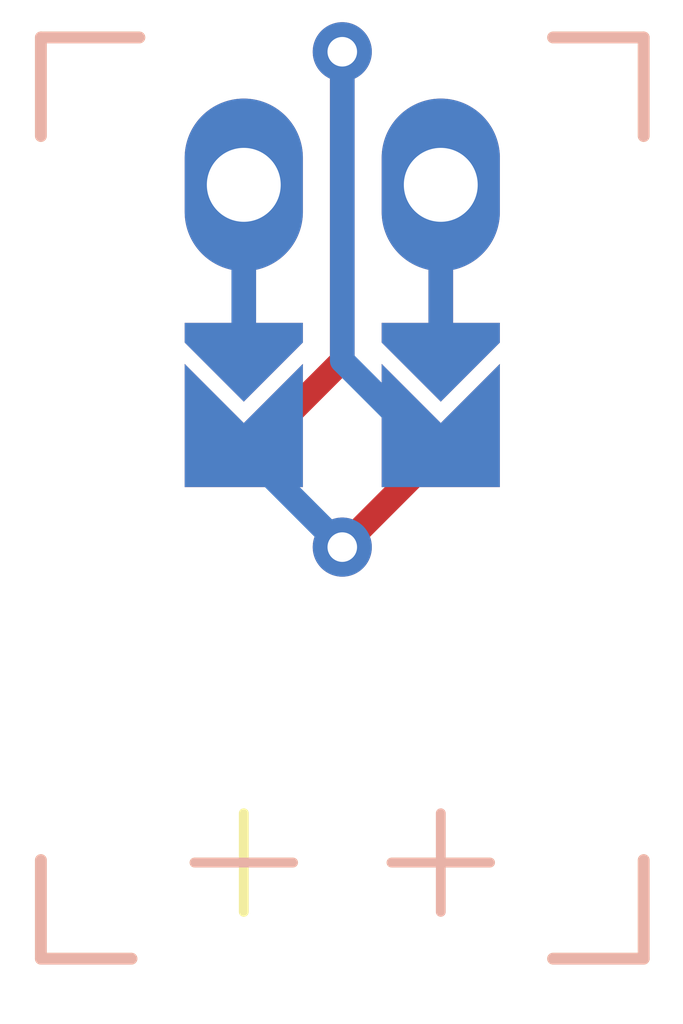
<source format=kicad_pcb>
(kicad_pcb (version 20221018) (generator pcbnew)
  (layers (0 "F.Cu" signal) (31 "B.Cu" signal) (34 "B.Paste" user) (35 "F.Paste" user) (36 "B.SilkS" user "B.Silkscreen") (37 "F.SilkS" user "F.Silkscreen") (38 "B.Mask" user) (39 "F.Mask" user) (44 "Edge.Cuts" user))
  (net 0 "")
  (footprint "JST_PH_S2B-PH-K" (layer "F.Cu") (at 0.016 -0.022)
    (fp_text reference "JST1" hide)
    (fp_text value "" (at 0 0) (layer "F.SilkS") (effects (font (size 1.27 1.27))))
    (fp_line (start -3.06 -1.495) (end -3.06 -0.495) (stroke (width 0.12)) (layer "B.SilkS"))
    (fp_line (start -3.06 7.85) (end -3.06 6.85) (stroke (width 0.12)) (layer "B.SilkS"))
    (fp_line (start -2.14 7.85) (end -3.06 7.85) (stroke (width 0.12)) (layer "B.SilkS"))
    (fp_line (start -2.06 -1.495) (end -3.06 -1.495) (stroke (width 0.12)) (layer "B.SilkS"))
    (fp_line (start -1.5 6.875) (end -0.5 6.875) (stroke (width 0.1)) (layer "B.SilkS"))
    (fp_line (start 1 6.375) (end 1 7.375) (stroke (width 0.1)) (layer "B.SilkS"))
    (fp_line (start 1.5 6.875) (end 0.5 6.875) (stroke (width 0.1)) (layer "B.SilkS"))
    (fp_line (start 2.14 -1.495) (end 3.06 -1.495) (stroke (width 0.12)) (layer "B.SilkS"))
    (fp_line (start 2.14 7.85) (end 3.06 7.85) (stroke (width 0.12)) (layer "B.SilkS"))
    (fp_line (start 3.06 -1.495) (end 3.06 -0.495) (stroke (width 0.12)) (layer "B.SilkS"))
    (fp_line (start 3.06 7.85) (end 3.06 6.85) (stroke (width 0.12)) (layer "B.SilkS"))
    (fp_line (start -3.06 -1.495) (end -3.06 -0.495) (stroke (width 0.12)) (layer "F.SilkS"))
    (fp_line (start -3.06 7.85) (end -3.06 6.85) (stroke (width 0.12)) (layer "F.SilkS"))
    (fp_line (start -2.14 7.85) (end -3.06 7.85) (stroke (width 0.12)) (layer "F.SilkS"))
    (fp_line (start -2.06 -1.495) (end -3.06 -1.495) (stroke (width 0.12)) (layer "F.SilkS"))
    (fp_line (start -1.5 6.875) (end -0.5 6.875) (stroke (width 0.1)) (layer "F.SilkS"))
    (fp_line (start -1 6.375) (end -1 7.375) (stroke (width 0.1)) (layer "F.SilkS"))
    (fp_line (start 1.5 6.875) (end 0.5 6.875) (stroke (width 0.1)) (layer "F.SilkS"))
    (fp_line (start 2.14 -1.495) (end 3.06 -1.495) (stroke (width 0.12)) (layer "F.SilkS"))
    (fp_line (start 2.14 7.85) (end 3.06 7.85) (stroke (width 0.12)) (layer "F.SilkS"))
    (fp_line (start 3.06 -1.495) (end 3.06 -0.495) (stroke (width 0.12)) (layer "F.SilkS"))
    (fp_line (start 3.06 7.85) (end 3.06 6.85) (stroke (width 0.12)) (layer "F.SilkS"))
    (pad "1" smd custom (at -1 2.816 180) (size 1.2 0.5) (layers "F.Cu" "F.Mask") (clearance 0.1) (options (clearance outline) (anchor rect)) (primitives (gr_poly (pts (xy 0.6 0) (xy -0.6 0) (xy -0.6 1) (xy 0 0.4) (xy 0.6 1)) (width 0) (fill yes))))
    (pad "1" smd custom (at 1 2.816 180) (size 1.2 0.5) (layers "B.Cu" "B.Mask") (clearance 0.1) (options (clearance outline) (anchor rect)) (primitives (gr_poly (pts (xy 0.6 0) (xy -0.6 0) (xy -0.6 1) (xy 0 0.4) (xy 0.6 1)) (width 0) (fill yes))))
    (pad "2" smd custom (at -1 2.816 180) (size 1.2 0.5) (layers "B.Cu" "B.Mask") (clearance 0.1) (options (clearance outline) (anchor rect)) (primitives (gr_poly (pts (xy 0.6 0) (xy -0.6 0) (xy -0.6 1) (xy 0 0.4) (xy 0.6 1)) (width 0) (fill yes))))
    (pad "2" smd custom (at 1 2.816 180) (size 1.2 0.5) (layers "F.Cu" "F.Mask") (clearance 0.1) (options (clearance outline) (anchor rect)) (primitives (gr_poly (pts (xy 0.6 0) (xy -0.6 0) (xy -0.6 1) (xy 0 0.4) (xy 0.6 1)) (width 0) (fill yes))))
    (pad "11" thru_hole oval (at -1 0) (size 1.2 1.75) (drill 0.75) (layers "*.Cu" "*.Mask"))
    (pad "12" thru_hole oval (at 1 0) (size 1.2 1.75) (drill 0.75) (layers "*.Cu" "*.Mask"))
    (pad "21" smd custom (at -1 1.8 180) (size 0.1 0.1) (layers "F.Cu" "F.Mask") (clearance 0.1) (options (clearance outline) (anchor rect)) (primitives (gr_poly (pts (xy 0.6 0.4) (xy -0.6 0.4) (xy -0.6 0.2) (xy 0 -0.4) (xy 0.6 0.2)) (width 0) (fill yes))))
    (pad "22" smd custom (at 1 1.8 180) (size 0.1 0.1) (layers "F.Cu" "F.Mask") (clearance 0.1) (options (clearance outline) (anchor rect)) (primitives (gr_poly (pts (xy 0.6 0.4) (xy -0.6 0.4) (xy -0.6 0.2) (xy 0 -0.4) (xy 0.6 0.2)) (width 0) (fill yes))))
    (pad "31" smd custom (at -1 1.8 180) (size 0.1 0.1) (layers "B.Cu" "B.Mask") (clearance 0.1) (options (clearance outline) (anchor rect)) (primitives (gr_poly (pts (xy 0.6 0.4) (xy -0.6 0.4) (xy -0.6 0.2) (xy 0 -0.4) (xy 0.6 0.2)) (width 0) (fill yes))))
    (pad "32" smd custom (at 1 1.8 180) (size 0.1 0.1) (layers "B.Cu" "B.Mask") (clearance 0.1) (options (clearance outline) (anchor rect)) (primitives (gr_poly (pts (xy 0.6 0.4) (xy -0.6 0.4) (xy -0.6 0.2) (xy 0 -0.4) (xy 0.6 0.2)) (width 0) (fill yes))))
  )
  (footprint "VIA-0.6mm" (layer "F.Cu") (at 0.016 -1.372)
    (fp_text reference "REF**" hide)
    (fp_text value "VIA-0.6mm" hide)
    (pad "1" thru_hole circle (at 0 0 90) (size 0.6 0.6) (drill 0.3) (layers "*.Cu"))
  )
  (footprint "VIA-0.6mm" (layer "F.Cu") (at 0.016 3.653)
    (fp_text reference "REF**" hide)
    (fp_text value "VIA-0.6mm" hide)
    (pad "2" thru_hole circle (at 0 0 90) (size 0.6 0.6) (drill 0.3) (layers "*.Cu"))
  )
  (segment (start -0.984 2.794) (end -0.984 2.762) (width 0.25) (layer "F.Cu") (net 0))
  (segment (start 0.875 2.794) (end 0.016 3.653) (width 0.25) (layer "F.Cu") (net 0))
  (segment (start 1.016 2.794) (end 0.875 2.794) (width 0.25) (layer "F.Cu") (net 0))
  (segment (start -0.984 2.762) (end 0.016 1.762) (width 0.25) (layer "F.Cu") (net 0))
  (segment (start 0.016 1.762) (end 0.016 -1.372) (width 0.25) (layer "F.Cu") (net 0))
  (segment (start 1.016 1.778) (end 1.016 -0.022) (width 0.25) (layer "F.Cu") (net 0))
  (segment (start -0.984 1.778) (end -0.984 -0.022) (width 0.25) (layer "F.Cu") (net 0))
  (segment (start -0.843 2.794) (end 0.016 3.653) (width 0.25) (layer "B.Cu") (net 0))
  (segment (start 0.016 1.762) (end 1.016 2.762) (width 0.25) (layer "B.Cu") (net 0))
  (segment (start 1.016 2.762) (end 1.016 2.794) (width 0.25) (layer "B.Cu") (net 0))
  (segment (start 1.016 1.778) (end 1.016 -0.022) (width 0.25) (layer "B.Cu") (net 0))
  (segment (start -0.984 1.778) (end -0.984 -0.022) (width 0.25) (layer "B.Cu") (net 0))
  (segment (start -0.984 2.794) (end -0.843 2.794) (width 0.25) (layer "B.Cu") (net 0))
  (segment (start 0.016 1.762) (end 0.016 -1.372) (width 0.25) (layer "B.Cu") (net 0))
)
</source>
